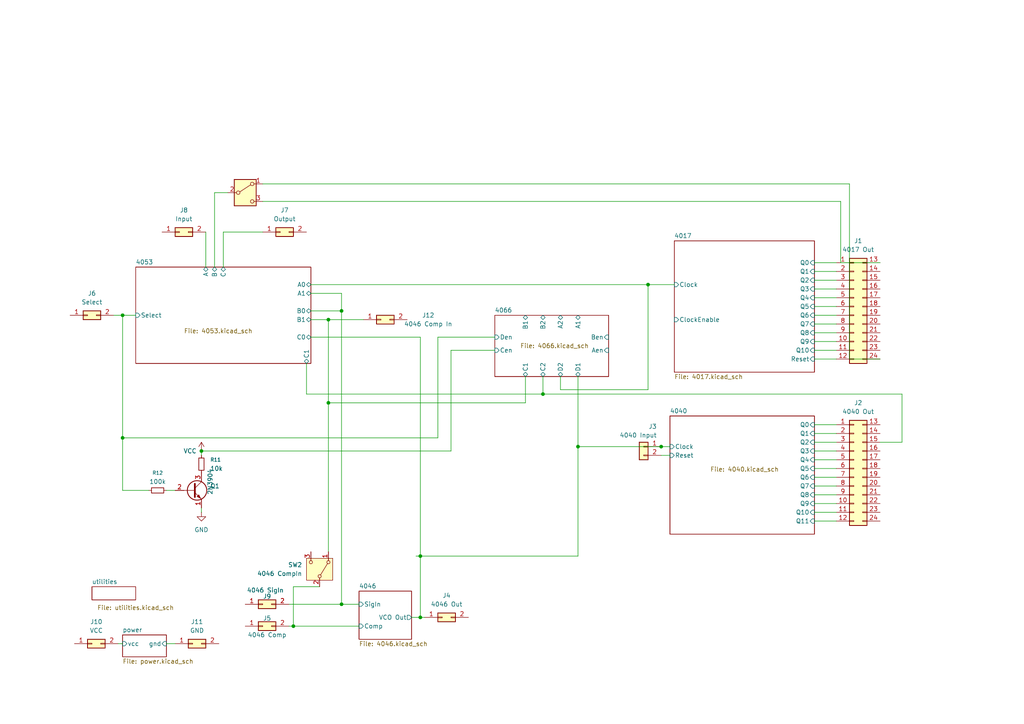
<source format=kicad_sch>
(kicad_sch (version 20250114) (generator "eeschema") (generator_version "9.0")
  (paper "A4")
  (lib_symbols
    (symbol "Connector_Generic:Conn_01x02" (pin_names (offset 1.016) (hide yes))
      (property "Reference" "J" (at 0 2.54 0))
      (property "Value" "Conn_01x02" (at 0 -5.08 0))
      (symbol "Conn_01x02_1_1"
        (rectangle (start -1.27 1.27) (end 1.27 -3.81) (stroke (width 0.254)) (fill (type background)))
        (rectangle (start -1.27 0.127) (end 0 -0.127) (stroke (width 0.1524)))
        (rectangle (start -1.27 -2.413) (end 0 -2.667) (stroke (width 0.1524)))
        (pin passive line (at -5.08 0 0) (length 3.81) (name "Pin_1") (number "1"))
        (pin passive line (at -5.08 -2.54 0) (length 3.81) (name "Pin_2") (number "2"))
      )
    )
    (symbol "Connector_Generic:Conn_02x01" (pin_names (offset 1.016) (hide yes))
      (property "Reference" "J" (at 1.27 2.54 0))
      (property "Value" "Conn_02x01" (at 1.27 -2.54 0))
      (symbol "Conn_02x01_1_1"
        (rectangle (start -1.27 1.27) (end 3.81 -1.27) (stroke (width 0.254)) (fill (type background)))
        (rectangle (start -1.27 0.127) (end 0 -0.127) (stroke (width 0.1524)))
        (rectangle (start 3.81 0.127) (end 2.54 -0.127) (stroke (width 0.1524)))
        (pin passive line (at -5.08 0 0) (length 3.81) (name "Pin_1") (number "1"))
        (pin passive line (at 7.62 0 180) (length 3.81) (name "Pin_2") (number "2"))
      )
    )
    (symbol "Connector_Generic:Conn_02x12_Top_Bottom" (pin_names (offset 1.016) (hide yes))
      (property "Reference" "J" (at 1.27 15.24 0))
      (property "Value" "Conn_02x12_Top_Bottom" (at 1.27 -17.78 0))
      (symbol "Conn_02x12_Top_Bottom_1_1"
        (rectangle (start -1.27 13.97) (end 3.81 -16.51) (stroke (width 0.254)) (fill (type background)))
        (rectangle (start -1.27 12.827) (end 0 12.573) (stroke (width 0.1524)))
        (rectangle (start -1.27 10.287) (end 0 10.033) (stroke (width 0.1524)))
        (rectangle (start -1.27 7.747) (end 0 7.493) (stroke (width 0.1524)))
        (rectangle (start -1.27 5.207) (end 0 4.953) (stroke (width 0.1524)))
        (rectangle (start -1.27 2.667) (end 0 2.413) (stroke (width 0.1524)))
        (rectangle (start -1.27 0.127) (end 0 -0.127) (stroke (width 0.1524)))
        (rectangle (start -1.27 -2.413) (end 0 -2.667) (stroke (width 0.1524)))
        (rectangle (start -1.27 -4.953) (end 0 -5.207) (stroke (width 0.1524)))
        (rectangle (start -1.27 -7.493) (end 0 -7.747) (stroke (width 0.1524)))
        (rectangle (start -1.27 -10.033) (end 0 -10.287) (stroke (width 0.1524)))
        (rectangle (start -1.27 -12.573) (end 0 -12.827) (stroke (width 0.1524)))
        (rectangle (start -1.27 -15.113) (end 0 -15.367) (stroke (width 0.1524)))
        (rectangle (start 3.81 12.827) (end 2.54 12.573) (stroke (width 0.1524)))
        (rectangle (start 3.81 10.287) (end 2.54 10.033) (stroke (width 0.1524)))
        (rectangle (start 3.81 7.747) (end 2.54 7.493) (stroke (width 0.1524)))
        (rectangle (start 3.81 5.207) (end 2.54 4.953) (stroke (width 0.1524)))
        (rectangle (start 3.81 2.667) (end 2.54 2.413) (stroke (width 0.1524)))
        (rectangle (start 3.81 0.127) (end 2.54 -0.127) (stroke (width 0.1524)))
        (rectangle (start 3.81 -2.413) (end 2.54 -2.667) (stroke (width 0.1524)))
        (rectangle (start 3.81 -4.953) (end 2.54 -5.207) (stroke (width 0.1524)))
        (rectangle (start 3.81 -7.493) (end 2.54 -7.747) (stroke (width 0.1524)))
        (rectangle (start 3.81 -10.033) (end 2.54 -10.287) (stroke (width 0.1524)))
        (rectangle (start 3.81 -12.573) (end 2.54 -12.827) (stroke (width 0.1524)))
        (rectangle (start 3.81 -15.113) (end 2.54 -15.367) (stroke (width 0.1524)))
        (pin passive line (at -5.08 12.7 0) (length 3.81) (name "Pin_1") (number "1"))
        (pin passive line (at -5.08 10.16 0) (length 3.81) (name "Pin_2") (number "2"))
        (pin passive line (at -5.08 7.62 0) (length 3.81) (name "Pin_3") (number "3"))
        (pin passive line (at -5.08 5.08 0) (length 3.81) (name "Pin_4") (number "4"))
        (pin passive line (at -5.08 2.54 0) (length 3.81) (name "Pin_5") (number "5"))
        (pin passive line (at -5.08 0 0) (length 3.81) (name "Pin_6") (number "6"))
        (pin passive line (at -5.08 -2.54 0) (length 3.81) (name "Pin_7") (number "7"))
        (pin passive line (at -5.08 -5.08 0) (length 3.81) (name "Pin_8") (number "8"))
        (pin passive line (at -5.08 -7.62 0) (length 3.81) (name "Pin_9") (number "9"))
        (pin passive line (at -5.08 -10.16 0) (length 3.81) (name "Pin_10") (number "10"))
        (pin passive line (at -5.08 -12.7 0) (length 3.81) (name "Pin_11") (number "11"))
        (pin passive line (at -5.08 -15.24 0) (length 3.81) (name "Pin_12") (number "12"))
        (pin passive line (at 7.62 12.7 180) (length 3.81) (name "Pin_13") (number "13"))
        (pin passive line (at 7.62 10.16 180) (length 3.81) (name "Pin_14") (number "14"))
        (pin passive line (at 7.62 7.62 180) (length 3.81) (name "Pin_15") (number "15"))
        (pin passive line (at 7.62 5.08 180) (length 3.81) (name "Pin_16") (number "16"))
        (pin passive line (at 7.62 2.54 180) (length 3.81) (name "Pin_17") (number "17"))
        (pin passive line (at 7.62 0 180) (length 3.81) (name "Pin_18") (number "18"))
        (pin passive line (at 7.62 -2.54 180) (length 3.81) (name "Pin_19") (number "19"))
        (pin passive line (at 7.62 -5.08 180) (length 3.81) (name "Pin_20") (number "20"))
        (pin passive line (at 7.62 -7.62 180) (length 3.81) (name "Pin_21") (number "21"))
        (pin passive line (at 7.62 -10.16 180) (length 3.81) (name "Pin_22") (number "22"))
        (pin passive line (at 7.62 -12.7 180) (length 3.81) (name "Pin_23") (number "23"))
        (pin passive line (at 7.62 -15.24 180) (length 3.81) (name "Pin_24") (number "24"))
      )
    )
    (symbol "Device:R_Small" (pin_numbers (hide yes)) (pin_names (offset 0.254) (hide yes))
      (property "Reference" "R" (at 0 0 90))
      (property "Value" "R_Small" (at 1.778 0 90))
      (symbol "R_Small_0_1"
        (rectangle (start -0.762 1.778) (end 0.762 -1.778) (stroke (width 0.2032)))
      )
      (symbol "R_Small_1_1"
        (pin passive line (at 0 2.54 270) (length 0.762) (name "~") (number "1"))
        (pin passive line (at 0 -2.54 90) (length 0.762) (name "~") (number "2"))
      )
    )
    (symbol "Switch:SW_DPDT_x2" (pin_names (offset 0) (hide yes))
      (property "Reference" "SW" (at 0 5.08 0))
      (property "Value" "SW_DPDT_x2" (at 0 -5.08 0))
      (symbol "SW_DPDT_x2_0_0"
        (circle (center -2.032 0) (radius 0.508))
        (circle (center 2.032 -2.54) (radius 0.508))
      )
      (symbol "SW_DPDT_x2_0_1"
        (rectangle (start -3.175 3.81) (end 3.175 -3.81) (stroke (width 0.254)) (fill (type background)))
        (polyline (pts (xy -1.524 0.254) (xy 1.5748 2.286)))
        (circle (center 2.032 2.54) (radius 0.508))
      )
      (symbol "SW_DPDT_x2_1_1"
        (pin passive line (at -5.08 0 0) (length 2.54) (name "B") (number "2"))
        (pin passive line (at 5.08 2.54 180) (length 2.54) (name "A") (number "1"))
        (pin passive line (at 5.08 -2.54 180) (length 2.54) (name "C") (number "3"))
      )
      (symbol "SW_DPDT_x2_2_1"
        (pin passive line (at -5.08 0 0) (length 2.54) (name "B") (number "5"))
        (pin passive line (at 5.08 2.54 180) (length 2.54) (name "A") (number "4"))
        (pin passive line (at 5.08 -2.54 180) (length 2.54) (name "C") (number "6"))
      )
    )
    (symbol "Switch:SW_SPDT" (pin_names (offset 0) (hide yes))
      (property "Reference" "SW" (at 0 5.08 0))
      (property "Value" "SW_SPDT" (at 0 -5.08 0))
      (symbol "SW_SPDT_0_1"
        (circle (center -2.032 0) (radius 0.4572))
        (polyline (pts (xy -1.651 0.254) (xy 1.651 2.286)))
        (circle (center 2.032 2.54) (radius 0.4572))
        (circle (center 2.032 -2.54) (radius 0.4572))
      )
      (symbol "SW_SPDT_1_1"
        (rectangle (start -3.175 3.81) (end 3.175 -3.81) (fill (type background)))
        (pin passive line (at -5.08 0 0) (length 2.54) (name "B") (number "2"))
        (pin passive line (at 5.08 2.54 180) (length 2.54) (name "A") (number "1"))
        (pin passive line (at 5.08 -2.54 180) (length 2.54) (name "C") (number "3"))
      )
    )
    (symbol "Transistor_BJT:2N3904" (pin_names (offset 0) (hide yes))
      (property "Reference" "Q" (at 5.08 1.905 0))
      (property "Value" "2N3904" (at 5.08 0 0))
      (symbol "2N3904_0_1"
        (polyline (pts (xy -2.54 0) (xy 0.635 0)))
        (polyline (pts (xy 0.635 1.905) (xy 0.635 -1.905)) (stroke (width 0.508)))
        (circle (center 1.27 0) (radius 2.8194) (stroke (width 0.254)))
      )
      (symbol "2N3904_1_1"
        (polyline (pts (xy 0.635 0.635) (xy 2.54 2.54)))
        (polyline (pts (xy 0.635 -0.635) (xy 2.54 -2.54)))
        (polyline (pts (xy 1.27 -1.778) (xy 1.778 -1.27) (xy 2.286 -2.286) (xy 1.27 -1.778)) (fill (type outline)))
        (pin input line (at -5.08 0 0) (length 2.54) (name "B") (number "2"))
        (pin passive line (at 2.54 5.08 270) (length 2.54) (name "C") (number "3"))
        (pin passive line (at 2.54 -5.08 90) (length 2.54) (name "E") (number "1"))
      )
    )
    (symbol "power:GND" (power) (pin_numbers (hide yes)) (pin_names (offset 0) (hide yes))
      (property "Value" "GND" (at 0 -3.81 0))
      (symbol "GND_0_1"
        (polyline (pts (xy 0 0) (xy 0 -1.27) (xy 1.27 -1.27) (xy 0 -2.54) (xy -1.27 -1.27) (xy 0 -1.27)))
      )
      (symbol "GND_1_1"
        (pin power_in line (at 0 0 270) (length 0) (name "~") (number "1"))
      )
    )
    (symbol "power:VCC" (power) (pin_numbers (hide yes)) (pin_names (offset 0) (hide yes))
      (property "Value" "VCC" (at 0 3.556 0))
      (symbol "VCC_0_1"
        (polyline (pts (xy -0.762 1.27) (xy 0 2.54)))
        (polyline (pts (xy 0 2.54) (xy 0.762 1.27)))
        (polyline (pts (xy 0 0) (xy 0 2.54)))
      )
      (symbol "VCC_1_1"
        (pin power_in line (at 0 0 90) (length 0) (name "~") (number "1"))
      )
    )
  )
  (junction (at 121.92 179.07))
  (junction (at 35.56 91.44))
  (junction (at 35.56 127))
  (junction (at 121.92 161.29))
  (junction (at 167.64 129.54))
  (junction (at 99.06 175.26))
  (junction (at 95.25 92.71))
  (junction (at 95.25 116.84))
  (junction (at 99.06 90.17))
  (junction (at 58.42 130.81))
  (junction (at 85.09 181.61))
  (junction (at 157.48 114.3))
  (junction (at 187.96 82.55))
  (junction (at 191.77 129.54))
  (wire (pts (xy 34.29 186.69) (xy 35.56 186.69)))
  (wire (pts (xy 130.81 130.81) (xy 58.42 130.81)))
  (wire (pts (xy 157.48 109.22) (xy 157.48 114.3)))
  (wire (pts (xy 243.84 76.2) (xy 255.27 76.2)))
  (wire (pts (xy 58.42 130.81) (xy 58.42 132.08)))
  (wire (pts (xy 236.22 128.27) (xy 242.57 128.27)))
  (wire (pts (xy 66.04 55.88) (xy 62.23 55.88)))
  (wire (pts (xy 35.56 91.44) (xy 35.56 127)))
  (wire (pts (xy 95.25 92.71) (xy 105.41 92.71)))
  (wire (pts (xy 242.57 104.14) (xy 236.22 104.14)))
  (wire (pts (xy 261.62 128.27) (xy 255.27 128.27)))
  (wire (pts (xy 236.22 135.89) (xy 242.57 135.89)))
  (wire (pts (xy 35.56 142.24) (xy 43.18 142.24)))
  (wire (pts (xy 236.22 140.97) (xy 242.57 140.97)))
  (wire (pts (xy 187.96 82.55) (xy 187.96 113.03)))
  (wire (pts (xy 62.23 55.88) (xy 62.23 77.47)))
  (wire (pts (xy 236.22 83.82) (xy 242.57 83.82)))
  (wire (pts (xy 236.22 78.74) (xy 242.57 78.74)))
  (wire (pts (xy 88.9 105.41) (xy 88.9 114.3)))
  (wire (pts (xy 90.17 92.71) (xy 95.25 92.71)))
  (wire (pts (xy 127 127) (xy 35.56 127)))
  (wire (pts (xy 162.56 109.22) (xy 162.56 113.03)))
  (wire (pts (xy 120.65 161.29) (xy 121.92 161.29)))
  (wire (pts (xy 85.09 181.61) (xy 104.14 181.61)))
  (wire (pts (xy 236.22 133.35) (xy 242.57 133.35)))
  (wire (pts (xy 236.22 143.51) (xy 242.57 143.51)))
  (wire (pts (xy 236.22 130.81) (xy 242.57 130.81)))
  (wire (pts (xy 48.26 186.69) (xy 50.8 186.69)))
  (wire (pts (xy 236.22 81.28) (xy 242.57 81.28)))
  (wire (pts (xy 236.22 125.73) (xy 242.57 125.73)))
  (wire (pts (xy 83.82 181.61) (xy 85.09 181.61)))
  (wire (pts (xy 236.22 93.98) (xy 242.57 93.98)))
  (wire (pts (xy 143.51 101.6) (xy 130.81 101.6)))
  (wire (pts (xy 152.4 116.84) (xy 95.25 116.84)))
  (wire (pts (xy 143.51 97.79) (xy 127 97.79)))
  (wire (pts (xy 167.64 129.54) (xy 191.77 129.54)))
  (wire (pts (xy 167.64 109.22) (xy 167.64 129.54)))
  (wire (pts (xy 33.02 91.44) (xy 35.56 91.44)))
  (wire (pts (xy 236.22 123.19) (xy 242.57 123.19)))
  (wire (pts (xy 95.25 92.71) (xy 95.25 116.84)))
  (wire (pts (xy 76.2 53.34) (xy 246.38 53.34)))
  (wire (pts (xy 85.09 170.18) (xy 92.71 170.18)))
  (wire (pts (xy 121.92 179.07) (xy 123.19 179.07)))
  (wire (pts (xy 236.22 151.13) (xy 242.57 151.13)))
  (wire (pts (xy 64.77 67.31) (xy 64.77 77.47)))
  (wire (pts (xy 35.56 91.44) (xy 39.37 91.44)))
  (wire (pts (xy 99.06 85.09) (xy 99.06 90.17)))
  (wire (pts (xy 90.17 90.17) (xy 99.06 90.17)))
  (wire (pts (xy 261.62 114.3) (xy 261.62 128.27)))
  (wire (pts (xy 236.22 146.05) (xy 242.57 146.05)))
  (wire (pts (xy 121.92 97.79) (xy 121.92 161.29)))
  (wire (pts (xy 95.25 116.84) (xy 95.25 160.02)))
  (wire (pts (xy 76.2 58.42) (xy 243.84 58.42)))
  (wire (pts (xy 236.22 101.6) (xy 242.57 101.6)))
  (wire (pts (xy 243.84 58.42) (xy 243.84 76.2)))
  (wire (pts (xy 236.22 76.2) (xy 242.57 76.2)))
  (wire (pts (xy 99.06 90.17) (xy 99.06 175.26)))
  (wire (pts (xy 76.2 67.31) (xy 64.77 67.31)))
  (wire (pts (xy 121.92 161.29) (xy 121.92 179.07)))
  (wire (pts (xy 127 97.79) (xy 127 127)))
  (wire (pts (xy 187.96 82.55) (xy 195.58 82.55)))
  (wire (pts (xy 191.77 129.54) (xy 194.31 129.54)))
  (wire (pts (xy 157.48 114.3) (xy 261.62 114.3)))
  (wire (pts (xy 58.42 147.32) (xy 58.42 148.59)))
  (wire (pts (xy 88.9 114.3) (xy 157.48 114.3)))
  (wire (pts (xy 90.17 82.55) (xy 187.96 82.55)))
  (wire (pts (xy 236.22 96.52) (xy 242.57 96.52)))
  (wire (pts (xy 48.26 142.24) (xy 50.8 142.24)))
  (wire (pts (xy 121.92 161.29) (xy 167.64 161.29)))
  (wire (pts (xy 236.22 91.44) (xy 242.57 91.44)))
  (wire (pts (xy 85.09 170.18) (xy 85.09 181.61)))
  (wire (pts (xy 99.06 175.26) (xy 104.14 175.26)))
  (wire (pts (xy 90.17 97.79) (xy 121.92 97.79)))
  (wire (pts (xy 236.22 148.59) (xy 242.57 148.59)))
  (wire (pts (xy 59.69 67.31) (xy 59.69 77.47)))
  (wire (pts (xy 119.38 179.07) (xy 121.92 179.07)))
  (wire (pts (xy 83.82 175.26) (xy 99.06 175.26)))
  (wire (pts (xy 130.81 101.6) (xy 130.81 130.81)))
  (wire (pts (xy 162.56 113.03) (xy 187.96 113.03)))
  (wire (pts (xy 35.56 142.24) (xy 35.56 127)))
  (wire (pts (xy 236.22 86.36) (xy 242.57 86.36)))
  (wire (pts (xy 246.38 104.14) (xy 255.27 104.14)))
  (wire (pts (xy 236.22 99.06) (xy 242.57 99.06)))
  (wire (pts (xy 90.17 85.09) (xy 99.06 85.09)))
  (wire (pts (xy 191.77 132.08) (xy 194.31 132.08)))
  (wire (pts (xy 236.22 88.9) (xy 242.57 88.9)))
  (wire (pts (xy 236.22 138.43) (xy 242.57 138.43)))
  (wire (pts (xy 167.64 161.29) (xy 167.64 129.54)))
  (wire (pts (xy 152.4 109.22) (xy 152.4 116.84)))
  (wire (pts (xy 246.38 53.34) (xy 246.38 104.14)))
  (symbol (lib_id "Switch:SW_SPDT") (at 92.71 165.1 270) (mirror x) (unit 1)
    (property "Reference" "SW2" (at 87.63 163.8299 90) (effects (justify right)))
    (property "Value" "4046 CompIn" (at 87.63 166.3699 90) (effects (justify right)))
    (property "Footprint" "Button_Switch_THT:SW_E-Switch_EG1271_SPDT" (effects (hide yes)))
    (property "Description" "Switch, single pole double throw" (effects (hide yes)))
  )
  (symbol (lib_id "Connector_Generic:Conn_02x01") (at 110.49 92.71 0) (unit 1)
    (property "Reference" "J12" (at 124.206 91.44 0))
    (property "Value" "4046 Comp In" (at 124.206 93.98 0))
    (property "Footprint" "Connector_PinHeader_2.54mm:PinHeader_2x01_P2.54mm_Vertical" (effects (hide yes)))
    (property "Description" "Generic connector, double row, 02x01, this symbol is compatible with counter-clockwise, top-bottom and odd-even numbering schemes., script generated (kicad-library-utils/schlib/autogen/connector/)" (effects (hide yes)))
  )
  (symbol (lib_id "Device:R_Small") (at 58.42 134.62 0) (unit 1)
    (property "Reference" "R11" (at 60.96 133.3499 0) (effects (font (size 1.016 1.016)) (justify left)))
    (property "Value" "10k" (at 60.96 135.8899 0) (effects (justify left)))
    (property "Footprint" "Resistor_THT:R_Axial_DIN0207_L6.3mm_D2.5mm_P10.16mm_Horizontal" (effects (hide yes)))
    (property "Description" "Resistor, small symbol" (effects (hide yes)))
  )
  (symbol (lib_id "Connector_Generic:Conn_02x01") (at 25.4 91.44 0) (unit 1)
    (property "Reference" "J6" (at 26.67 85.09 0))
    (property "Value" "Select" (at 26.67 87.63 0))
    (property "Footprint" "Connector_PinHeader_2.54mm:PinHeader_2x01_P2.54mm_Vertical" (effects (hide yes)))
    (property "Description" "Generic connector, double row, 02x01, this symbol is compatible with counter-clockwise, top-bottom and odd-even numbering schemes., script generated (kicad-library-utils/schlib/autogen/connector/)" (effects (hide yes)))
  )
  (symbol (lib_id "Connector_Generic:Conn_02x12_Top_Bottom") (at 247.65 135.89 0) (unit 1)
    (property "Reference" "J2" (at 248.92 116.84 0))
    (property "Value" "4040 Out" (at 248.92 119.38 0))
    (property "Footprint" "Connector_PinHeader_2.54mm:PinHeader_2x12_P2.54mm_Vertical" (effects (hide yes)))
    (property "Description" "Generic connector, double row, 02x12, top/bottom pin numbering scheme (row 1: 1...pins_per_row, row2: pins_per_row+1 ... num_pins), script generated (kicad-library-utils/schlib/autogen/connector/)" (effects (hide yes)))
  )
  (symbol (lib_id "Connector_Generic:Conn_02x01") (at 81.28 67.31 0) (unit 1)
    (property "Reference" "J7" (at 82.55 60.96 0))
    (property "Value" "Output" (at 82.55 63.5 0))
    (property "Footprint" "Connector_PinHeader_2.54mm:PinHeader_2x01_P2.54mm_Vertical" (effects (hide yes)))
    (property "Description" "Generic connector, double row, 02x01, this symbol is compatible with counter-clockwise, top-bottom and odd-even numbering schemes., script generated (kicad-library-utils/schlib/autogen/connector/)" (effects (hide yes)))
  )
  (symbol (lib_id "Connector_Generic:Conn_02x01") (at 76.2 181.61 0) (unit 1)
    (property "Reference" "J5" (at 77.47 179.324 0))
    (property "Value" "4046 Comp" (at 77.47 184.15 0))
    (property "Footprint" "Connector_PinHeader_2.54mm:PinHeader_2x01_P2.54mm_Vertical" (effects (hide yes)))
    (property "Description" "Generic connector, double row, 02x01, this symbol is compatible with counter-clockwise, top-bottom and odd-even numbering schemes., script generated (kicad-library-utils/schlib/autogen/connector/)" (effects (hide yes)))
  )
  (symbol (lib_id "Connector_Generic:Conn_02x01") (at 26.67 186.69 0) (unit 1)
    (property "Reference" "J10" (at 27.94 180.34 0))
    (property "Value" "VCC" (at 27.94 182.88 0))
    (property "Footprint" "Connector_PinHeader_2.54mm:PinHeader_2x01_P2.54mm_Vertical" (effects (hide yes)))
    (property "Description" "Generic connector, double row, 02x01, this symbol is compatible with counter-clockwise, top-bottom and odd-even numbering schemes., script generated (kicad-library-utils/schlib/autogen/connector/)" (effects (hide yes)))
  )
  (symbol (lib_id "power:VCC") (at 58.42 130.81 0) (unit 1)
    (property "Reference" "#PWR026" (effects (hide yes)))
    (property "Value" "VCC" (at 55.118 130.81 0))
    (property "Description" "Power symbol creates a global label with name \"VCC\"" (effects (hide yes)))
  )
  (symbol (lib_id "Connector_Generic:Conn_02x12_Top_Bottom") (at 247.65 88.9 0) (unit 1)
    (property "Reference" "J1" (at 248.92 69.85 0))
    (property "Value" "4017 Out" (at 248.92 72.39 0))
    (property "Footprint" "Connector_PinHeader_2.54mm:PinHeader_2x12_P2.54mm_Vertical" (effects (hide yes)))
    (property "Description" "Generic connector, double row, 02x12, top/bottom pin numbering scheme (row 1: 1...pins_per_row, row2: pins_per_row+1 ... num_pins), script generated (kicad-library-utils/schlib/autogen/connector/)" (effects (hide yes)))
  )
  (symbol (lib_id "Connector_Generic:Conn_01x02") (at 186.69 129.54 0) (mirror y) (unit 1)
    (property "Reference" "J3" (at 190.5 123.698 0) (effects (justify left)))
    (property "Value" "4040 Input" (at 190.5 126.238 0) (effects (justify left)))
    (property "Footprint" "Connector_PinHeader_2.54mm:PinHeader_1x02_P2.54mm_Vertical" (effects (hide yes)))
    (property "Description" "Generic connector, single row, 01x02, script generated (kicad-library-utils/schlib/autogen/connector/)" (effects (hide yes)))
  )
  (symbol (lib_id "Transistor_BJT:2N3904") (at 55.88 142.24 0) (unit 1)
    (property "Reference" "Q1" (at 60.96 140.9699 0) (effects (justify left)))
    (property "Value" "2N3904" (at 60.96 143.5099 90) (effects (justify left)))
    (property "Footprint" "Package_TO_SOT_THT:TO-92_Inline" (effects (hide yes)))
    (property "Datasheet" "https://www.onsemi.com/pub/Collateral/2N3903-D.PDF" (effects (hide yes)))
    (property "Description" "0.2A Ic, 40V Vce, Small Signal NPN Transistor, TO-92" (effects (hide yes)))
  )
  (symbol (lib_id "Device:R_Small") (at 45.72 142.24 90) (unit 1)
    (property "Reference" "R12" (at 45.72 137.16 90) (effects (font (size 1.016 1.016))))
    (property "Value" "100k" (at 45.72 139.7 90))
    (property "Footprint" "Resistor_THT:R_Axial_DIN0207_L6.3mm_D2.5mm_P10.16mm_Horizontal" (effects (hide yes)))
    (property "Description" "Resistor, small symbol" (effects (hide yes)))
  )
  (symbol (lib_id "Switch:SW_DPDT_x2") (at 71.12 55.88 0) (unit 1)
    (property "Reference" "SW1" (effects (hide yes)))
    (property "Value" "4017 Feedback" (effects (hide yes)))
    (property "Footprint" "Button_Switch_THT:SW_CK_JS202011CQN_DPDT_Straight" (effects (hide yes)))
    (property "Description" "Switch, dual pole double throw, separate symbols" (effects (hide yes)))
  )
  (symbol (lib_id "Connector_Generic:Conn_02x01") (at 52.07 67.31 0) (unit 1)
    (property "Reference" "J8" (at 53.34 60.96 0))
    (property "Value" "Input" (at 53.34 63.5 0))
    (property "Footprint" "Connector_PinHeader_2.54mm:PinHeader_2x01_P2.54mm_Vertical" (effects (hide yes)))
    (property "Description" "Generic connector, double row, 02x01, this symbol is compatible with counter-clockwise, top-bottom and odd-even numbering schemes., script generated (kicad-library-utils/schlib/autogen/connector/)" (effects (hide yes)))
  )
  (symbol (lib_id "power:GND") (at 58.42 148.59 0) (unit 1)
    (property "Reference" "#PWR025" (effects (hide yes)))
    (property "Value" "GND" (at 58.42 153.67 0))
    (property "Description" "Power symbol creates a global label with name \"GND\" , ground" (effects (hide yes)))
  )
  (symbol (lib_id "Connector_Generic:Conn_02x01") (at 128.27 179.07 0) (unit 1)
    (property "Reference" "J4" (at 129.54 172.72 0))
    (property "Value" "4046 Out" (at 129.54 175.26 0))
    (property "Footprint" "Connector_PinHeader_2.54mm:PinHeader_2x01_P2.54mm_Vertical" (effects (hide yes)))
    (property "Description" "Generic connector, double row, 02x01, this symbol is compatible with counter-clockwise, top-bottom and odd-even numbering schemes., script generated (kicad-library-utils/schlib/autogen/connector/)" (effects (hide yes)))
  )
  (symbol (lib_id "Connector_Generic:Conn_02x01") (at 55.88 186.69 0) (unit 1)
    (property "Reference" "J11" (at 57.15 180.34 0))
    (property "Value" "GND" (at 57.15 182.88 0))
    (property "Footprint" "Connector_PinHeader_2.54mm:PinHeader_2x01_P2.54mm_Vertical" (effects (hide yes)))
    (property "Description" "Generic connector, double row, 02x01, this symbol is compatible with counter-clockwise, top-bottom and odd-even numbering schemes., script generated (kicad-library-utils/schlib/autogen/connector/)" (effects (hide yes)))
  )
  (symbol (lib_id "Connector_Generic:Conn_02x01") (at 76.2 175.26 0) (unit 1)
    (property "Reference" "J9" (at 77.47 172.974 0))
    (property "Value" "4046 SigIn" (at 76.962 171.196 0))
    (property "Footprint" "Connector_PinHeader_2.54mm:PinHeader_2x01_P2.54mm_Vertical" (effects (hide yes)))
    (property "Description" "Generic connector, double row, 02x01, this symbol is compatible with counter-clockwise, top-bottom and odd-even numbering schemes., script generated (kicad-library-utils/schlib/autogen/connector/)" (effects (hide yes)))
  )
  (sheet (at 143.51 91.44) (size 33.02 17.78) (stroke (width 0.1524))
    (property "Sheetname" "4066" (at 143.51 90.7284 0) (effects (justify left bottom)))
    (property "Sheetfile" "4066.kicad_sch" (at 150.876 99.568 0) (effects (justify left top)))
    (pin "A1" bidirectional (at 167.64 91.44 90))
    (pin "A2" bidirectional (at 162.56 91.44 90))
    (pin "Aen" input (at 176.53 101.6 0))
    (pin "B1" bidirectional (at 152.4 91.44 90))
    (pin "B2" bidirectional (at 157.48 91.44 90))
    (pin "Ben" input (at 176.53 97.79 0))
    (pin "C1" bidirectional (at 152.4 109.22 270))
    (pin "C2" bidirectional (at 157.48 109.22 270))
    (pin "Cen" input (at 143.51 101.6 180))
    (pin "D1" bidirectional (at 167.64 109.22 270))
    (pin "D2" bidirectional (at 162.56 109.22 270))
    (pin "Den" input (at 143.51 97.79 180))
  )
  (sheet (at 195.58 69.85) (size 40.64 38.1) (stroke (width 0.1524))
    (property "Sheetname" "4017" (at 195.58 69.1384 0) (effects (justify left bottom)))
    (property "Sheetfile" "4017.kicad_sch" (at 195.58 108.5346 0) (effects (justify left top)))
    (pin "Clock" input (at 195.58 82.55 180))
    (pin "ClockEnable" input (at 195.58 92.71 180))
    (pin "Q0" input (at 236.22 76.2 0))
    (pin "Q1" input (at 236.22 78.74 0))
    (pin "Q2" input (at 236.22 81.28 0))
    (pin "Q3" input (at 236.22 83.82 0))
    (pin "Q4" input (at 236.22 86.36 0))
    (pin "Q5" input (at 236.22 88.9 0))
    (pin "Q6" input (at 236.22 91.44 0))
    (pin "Q7" input (at 236.22 93.98 0))
    (pin "Q8" input (at 236.22 96.52 0))
    (pin "Q9" input (at 236.22 99.06 0))
    (pin "Q10" input (at 236.22 101.6 0))
    (pin "Reset" input (at 236.22 104.14 0))
  )
  (sheet (at 194.31 120.65) (size 41.91 34.29) (stroke (width 0.1524))
    (property "Sheetname" "4040" (at 194.31 119.9384 0) (effects (justify left bottom)))
    (property "Sheetfile" "4040.kicad_sch" (at 205.994 135.382 0) (effects (justify left top)))
    (pin "Clock" input (at 194.31 129.54 180))
    (pin "Q0" input (at 236.22 123.19 0))
    (pin "Q1" input (at 236.22 125.73 0))
    (pin "Q2" input (at 236.22 128.27 0))
    (pin "Q3" input (at 236.22 130.81 0))
    (pin "Q4" input (at 236.22 133.35 0))
    (pin "Q5" input (at 236.22 135.89 0))
    (pin "Q6" input (at 236.22 138.43 0))
    (pin "Q7" input (at 236.22 140.97 0))
    (pin "Q8" input (at 236.22 143.51 0))
    (pin "Q9" input (at 236.22 146.05 0))
    (pin "Q10" input (at 236.22 148.59 0))
    (pin "Q11" input (at 236.22 151.13 0))
    (pin "Reset" input (at 194.31 132.08 180))
  )
  (sheet (at 39.37 77.47) (size 50.8 27.94) (stroke (width 0.1524))
    (property "Sheetname" "4053" (at 39.37 76.7584 0) (effects (justify left bottom)))
    (property "Sheetfile" "4053.kicad_sch" (at 53.34 95.25 0) (effects (justify left top)))
    (pin "A" bidirectional (at 59.69 77.47 90))
    (pin "A0" bidirectional (at 90.17 82.55 0))
    (pin "A1" bidirectional (at 90.17 85.09 0))
    (pin "B" bidirectional (at 62.23 77.47 90))
    (pin "B0" bidirectional (at 90.17 90.17 0))
    (pin "B1" bidirectional (at 90.17 92.71 0))
    (pin "C" bidirectional (at 64.77 77.47 90))
    (pin "C0" bidirectional (at 90.17 97.79 0))
    (pin "C1" bidirectional (at 88.9 105.41 270))
    (pin "Select" input (at 39.37 91.44 180))
  )
  (sheet (at 104.14 171.45) (size 15.24 13.97) (stroke (width 0.1524))
    (property "Sheetname" "4046" (at 104.14 170.7384 0) (effects (justify left bottom)))
    (property "Sheetfile" "4046.kicad_sch" (at 104.14 186.0046 0) (effects (justify left top)))
    (pin "Comp" input (at 104.14 181.61 180))
    (pin "SigIn" input (at 104.14 175.26 180))
    (pin "VCO Out" output (at 119.38 179.07 0))
  )
  (sheet (at 26.67 170.18) (size 12.7 3.81) (stroke (width 0.1524))
    (property "Sheetname" "utilities" (at 26.67 169.4684 0) (effects (justify left bottom)))
    (property "Sheetfile" "utilities.kicad_sch" (at 28.194 175.514 0) (effects (justify left top)))
  )
  (sheet (at 35.56 184.15) (size 12.7 6.35) (stroke (width 0.1524))
    (property "Sheetname" "power" (at 35.56 183.4384 0) (effects (justify left bottom)))
    (property "Sheetfile" "power.kicad_sch" (at 35.56 191.0846 0) (effects (justify left top)))
    (pin "gnd" input (at 48.26 186.69 0))
    (pin "vcc" input (at 35.56 186.69 180))
  )
)
</source>
